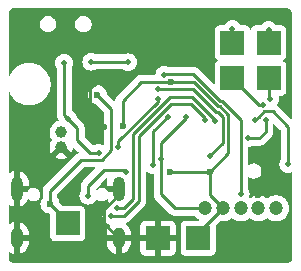
<source format=gbl>
G04 #@! TF.GenerationSoftware,KiCad,Pcbnew,8.0.2-8.0.2-0~ubuntu22.04.1*
G04 #@! TF.CreationDate,2024-06-05T03:13:53-07:00*
G04 #@! TF.ProjectId,uSlime,75536c69-6d65-42e6-9b69-6361645f7063,rev?*
G04 #@! TF.SameCoordinates,Original*
G04 #@! TF.FileFunction,Copper,L2,Bot*
G04 #@! TF.FilePolarity,Positive*
%FSLAX46Y46*%
G04 Gerber Fmt 4.6, Leading zero omitted, Abs format (unit mm)*
G04 Created by KiCad (PCBNEW 8.0.2-8.0.2-0~ubuntu22.04.1) date 2024-06-05 03:13:53*
%MOMM*%
%LPD*%
G01*
G04 APERTURE LIST*
G04 #@! TA.AperFunction,ComponentPad*
%ADD10C,1.200000*%
G04 #@! TD*
G04 #@! TA.AperFunction,ComponentPad*
%ADD11O,1.000000X2.100000*%
G04 #@! TD*
G04 #@! TA.AperFunction,ComponentPad*
%ADD12O,1.000000X1.800000*%
G04 #@! TD*
G04 #@! TA.AperFunction,ComponentPad*
%ADD13C,1.000000*%
G04 #@! TD*
G04 #@! TA.AperFunction,SMDPad,CuDef*
%ADD14R,2.000000X2.000000*%
G04 #@! TD*
G04 #@! TA.AperFunction,ViaPad*
%ADD15C,0.600000*%
G04 #@! TD*
G04 #@! TA.AperFunction,ViaPad*
%ADD16C,0.500000*%
G04 #@! TD*
G04 #@! TA.AperFunction,Conductor*
%ADD17C,0.254000*%
G04 #@! TD*
G04 APERTURE END LIST*
D10*
X117795000Y-106800000D03*
X119295000Y-106800000D03*
X120795000Y-106800000D03*
X122295000Y-106800000D03*
X123795000Y-106800000D03*
D11*
X101830000Y-105145000D03*
D12*
X101830000Y-109325000D03*
D11*
X110470000Y-105145000D03*
D12*
X110470000Y-109325000D03*
D13*
X105619000Y-100375000D03*
X105619000Y-101625000D03*
D14*
X113800000Y-109350000D03*
X117200000Y-109350000D03*
X120100000Y-95800000D03*
X123150000Y-92800000D03*
X106150000Y-108100000D03*
X123150000Y-95800000D03*
X120100000Y-92800000D03*
D15*
X122300000Y-105677000D03*
X109223000Y-99950000D03*
X108400000Y-96250000D03*
X123464941Y-102261223D03*
X115000000Y-91950000D03*
D16*
X113800000Y-96750000D03*
X118170000Y-102380000D03*
X122899255Y-99315257D03*
X121454947Y-100875981D03*
D15*
X108650000Y-97200000D03*
X104650000Y-106450000D03*
D16*
X124824631Y-103052239D03*
X122023000Y-99378037D03*
X122658000Y-98040369D03*
X123300000Y-97550000D03*
X110350000Y-106750000D03*
X118600000Y-99400000D03*
X109850000Y-107450003D03*
X117800000Y-99350000D03*
X113350000Y-103150000D03*
X114604027Y-99054027D03*
X123150000Y-91700000D03*
X120100000Y-91600000D03*
X116200000Y-99114218D03*
X114044598Y-102650000D03*
D15*
X118177000Y-103750000D03*
X114850000Y-103750000D03*
X110800000Y-99850000D03*
X114900000Y-96123000D03*
D16*
X114323000Y-95500000D03*
X120795000Y-105605000D03*
X113766999Y-97550000D03*
X110446328Y-101650000D03*
X107900000Y-105750000D03*
X111123000Y-103700000D03*
X111250000Y-94450000D03*
X108150000Y-94400000D03*
X105850000Y-94500000D03*
X108760000Y-102123000D03*
X106175000Y-99225000D03*
D17*
X106175000Y-99225000D02*
X106950000Y-100000000D01*
X106950000Y-100000000D02*
X106950000Y-101050000D01*
X106950000Y-101050000D02*
X108023000Y-102123000D01*
X108023000Y-102123000D02*
X108760000Y-102123000D01*
X106175000Y-99225000D02*
X105850000Y-98900000D01*
X105850000Y-98900000D02*
X105850000Y-94500000D01*
X110470000Y-105145000D02*
X110470000Y-105695000D01*
X123464941Y-102261223D02*
X123464941Y-104512059D01*
X123464941Y-104512059D02*
X122300000Y-105677000D01*
X108023000Y-98750000D02*
X108023000Y-96627000D01*
X109250000Y-106915000D02*
X109250000Y-108105000D01*
X110470000Y-105695000D02*
X109250000Y-106915000D01*
X109223000Y-99950000D02*
X108023000Y-98750000D01*
X109250000Y-108105000D02*
X110470000Y-109325000D01*
X108023000Y-96627000D02*
X108400000Y-96250000D01*
X118150000Y-102400000D02*
X119300000Y-101250000D01*
X118839002Y-98623000D02*
X118665052Y-98623000D01*
X119300000Y-101250000D02*
X119300000Y-99083998D01*
X116792052Y-96750000D02*
X113800000Y-96750000D01*
X119300000Y-99083998D02*
X118839002Y-98623000D01*
X118665052Y-98623000D02*
X116792052Y-96750000D01*
X122899255Y-100350745D02*
X122374019Y-100875981D01*
X122899255Y-99315257D02*
X122899255Y-100350745D01*
X122374019Y-100875981D02*
X121454947Y-100875981D01*
X106150000Y-107950000D02*
X106150000Y-108100000D01*
X104650000Y-105350000D02*
X104650000Y-106450000D01*
X109026002Y-102700000D02*
X107300000Y-102700000D01*
X109850000Y-98400000D02*
X109850000Y-101876002D01*
X107300000Y-102700000D02*
X104650000Y-105350000D01*
X104650000Y-106450000D02*
X106150000Y-107950000D01*
X109850000Y-101876002D02*
X109026002Y-102700000D01*
X108650000Y-97200000D02*
X109850000Y-98400000D01*
X122322255Y-99076255D02*
X122798510Y-98600000D01*
X122322255Y-99078782D02*
X122322255Y-99076255D01*
X123500000Y-98600000D02*
X124800000Y-99900000D01*
X122023000Y-99378037D02*
X122322255Y-99078782D01*
X122798510Y-98600000D02*
X123500000Y-98600000D01*
X124800000Y-99900000D02*
X124800000Y-103050000D01*
X120100000Y-95800000D02*
X122340369Y-98040369D01*
X122340369Y-98040369D02*
X122658000Y-98040369D01*
X123150000Y-95800000D02*
X123150000Y-97400000D01*
X123150000Y-97400000D02*
X123300000Y-97550000D01*
X110350000Y-106750000D02*
X110950000Y-106750000D01*
X114800000Y-97400000D02*
X116692052Y-97400000D01*
X116692052Y-97400000D02*
X118600000Y-99307948D01*
X111700000Y-106000000D02*
X111700000Y-100500000D01*
X110950000Y-106750000D02*
X111700000Y-106000000D01*
X111700000Y-100500000D02*
X114800000Y-97400000D01*
X118600000Y-99307948D02*
X118600000Y-99400000D01*
X117800000Y-99150000D02*
X116600000Y-97950000D01*
X116600000Y-97950000D02*
X114892052Y-97950000D01*
X109850000Y-107450003D02*
X110892050Y-107450003D01*
X112154000Y-100688052D02*
X112154000Y-106188053D01*
X112154000Y-106188053D02*
X110892050Y-107450003D01*
X114892052Y-97950000D02*
X112154000Y-100688052D01*
X114604027Y-99054027D02*
X113350000Y-100308054D01*
X113350000Y-100308054D02*
X113350000Y-103150000D01*
X123150000Y-92800000D02*
X123150000Y-91700000D01*
X115250000Y-106800000D02*
X117795000Y-106800000D01*
X114044598Y-105594598D02*
X115250000Y-106800000D01*
X116200000Y-99142998D02*
X114044598Y-101298400D01*
X114044598Y-101298400D02*
X114044598Y-102650000D01*
X114044598Y-102650000D02*
X114044598Y-105594598D01*
X120100000Y-91600000D02*
X120100000Y-92800000D01*
X116200000Y-99114218D02*
X116200000Y-99142998D01*
X118177000Y-105682000D02*
X119295000Y-106800000D01*
X116807104Y-96123000D02*
X118853104Y-98169000D01*
X117200000Y-108895000D02*
X119295000Y-106800000D01*
X114900000Y-96123000D02*
X112392947Y-96123000D01*
X118177000Y-103750000D02*
X118177000Y-105682000D01*
X112392947Y-96123000D02*
X110800000Y-97715947D01*
X118853104Y-98169000D02*
X119027055Y-98169000D01*
X119754000Y-102173000D02*
X118177000Y-103750000D01*
X119027055Y-98169000D02*
X119754000Y-98895945D01*
X117200000Y-109350000D02*
X117200000Y-108895000D01*
X119754000Y-98895945D02*
X119754000Y-102173000D01*
X110800000Y-97715947D02*
X110800000Y-99850000D01*
X118177000Y-103750000D02*
X114850000Y-103750000D01*
X114900000Y-96123000D02*
X116807104Y-96123000D01*
X114323000Y-95500000D02*
X114373000Y-95450000D01*
X120800000Y-99299892D02*
X120800000Y-105600000D01*
X116776156Y-95450000D02*
X119041156Y-97715000D01*
X119041156Y-97715000D02*
X119215108Y-97715000D01*
X119215108Y-97715000D02*
X120800000Y-99299892D01*
X114373000Y-95450000D02*
X116776156Y-95450000D01*
X110446328Y-101111620D02*
X113766999Y-97790949D01*
X113766999Y-97790949D02*
X113766999Y-97550000D01*
X110446328Y-101650000D02*
X110446328Y-101111620D01*
X109200000Y-103600000D02*
X111023000Y-103600000D01*
X107900000Y-104900000D02*
X109200000Y-103600000D01*
X111023000Y-103600000D02*
X111123000Y-103700000D01*
X107900000Y-105750000D02*
X107900000Y-104900000D01*
X108150000Y-94400000D02*
X111200000Y-94400000D01*
X111200000Y-94400000D02*
X111250000Y-94450000D01*
G04 #@! TA.AperFunction,Conductor*
G36*
X124573644Y-89857584D02*
G01*
X124573980Y-89857607D01*
X124577000Y-89857607D01*
X124577004Y-89857608D01*
X124640144Y-89857607D01*
X124645630Y-89857914D01*
X124748562Y-89869512D01*
X124759257Y-89871953D01*
X124854407Y-89905247D01*
X124864292Y-89910007D01*
X124943020Y-89959475D01*
X124949654Y-89963643D01*
X124958233Y-89970485D01*
X125029514Y-90041766D01*
X125036356Y-90050345D01*
X125089992Y-90135707D01*
X125094752Y-90145593D01*
X125128045Y-90240741D01*
X125130487Y-90251438D01*
X125142084Y-90354368D01*
X125142392Y-90359854D01*
X125142392Y-90425963D01*
X125142416Y-90426334D01*
X125145458Y-99239726D01*
X125131118Y-99274379D01*
X125096475Y-99288743D01*
X125061822Y-99274403D01*
X123900004Y-98112585D01*
X123888971Y-98105214D01*
X123868134Y-98074032D01*
X123875449Y-98037250D01*
X123881541Y-98029825D01*
X123890477Y-98020890D01*
X123980456Y-97877690D01*
X124036313Y-97718059D01*
X124055249Y-97550000D01*
X124036313Y-97381941D01*
X124030624Y-97365682D01*
X124032727Y-97328239D01*
X124060690Y-97303249D01*
X124076874Y-97300499D01*
X124197878Y-97300499D01*
X124257478Y-97294092D01*
X124257479Y-97294091D01*
X124257483Y-97294091D01*
X124392331Y-97243796D01*
X124507546Y-97157546D01*
X124593796Y-97042331D01*
X124644091Y-96907483D01*
X124644091Y-96907481D01*
X124644092Y-96907479D01*
X124650499Y-96847879D01*
X124650500Y-96847873D01*
X124650499Y-94752128D01*
X124650499Y-94752127D01*
X124650499Y-94752120D01*
X124644092Y-94692521D01*
X124640062Y-94681716D01*
X124593796Y-94557669D01*
X124507546Y-94442454D01*
X124449938Y-94399329D01*
X124392332Y-94356204D01*
X124392330Y-94356203D01*
X124364731Y-94345909D01*
X124337284Y-94320354D01*
X124335946Y-94282874D01*
X124361501Y-94255427D01*
X124364709Y-94254098D01*
X124392331Y-94243796D01*
X124507546Y-94157546D01*
X124593796Y-94042331D01*
X124644091Y-93907483D01*
X124644091Y-93907481D01*
X124644092Y-93907479D01*
X124649247Y-93859523D01*
X124650500Y-93847873D01*
X124650499Y-91752128D01*
X124650499Y-91752127D01*
X124650499Y-91752120D01*
X124644092Y-91692521D01*
X124644091Y-91692517D01*
X124593796Y-91557669D01*
X124507546Y-91442454D01*
X124438314Y-91390627D01*
X124392333Y-91356205D01*
X124392331Y-91356204D01*
X124347381Y-91339439D01*
X124257479Y-91305907D01*
X124197879Y-91299500D01*
X124197873Y-91299500D01*
X123811787Y-91299500D01*
X123777139Y-91285148D01*
X123770297Y-91276569D01*
X123768998Y-91274502D01*
X123740477Y-91229110D01*
X123620890Y-91109523D01*
X123477690Y-91019544D01*
X123318059Y-90963687D01*
X123318055Y-90963686D01*
X123318053Y-90963686D01*
X123150000Y-90944751D01*
X122981946Y-90963686D01*
X122981937Y-90963688D01*
X122822310Y-91019544D01*
X122822308Y-91019545D01*
X122679112Y-91109521D01*
X122679108Y-91109524D01*
X122559525Y-91229106D01*
X122559523Y-91229108D01*
X122529701Y-91276570D01*
X122499115Y-91298272D01*
X122488212Y-91299500D01*
X122102120Y-91299500D01*
X122042521Y-91305907D01*
X121907666Y-91356205D01*
X121792454Y-91442454D01*
X121706204Y-91557667D01*
X121706202Y-91557671D01*
X121670909Y-91652295D01*
X121645354Y-91679743D01*
X121607875Y-91681081D01*
X121580427Y-91655526D01*
X121579096Y-91652313D01*
X121543796Y-91557669D01*
X121457546Y-91442454D01*
X121388314Y-91390627D01*
X121342333Y-91356205D01*
X121342331Y-91356204D01*
X121297381Y-91339439D01*
X121207479Y-91305907D01*
X121147879Y-91299500D01*
X121147873Y-91299500D01*
X120824339Y-91299500D01*
X120789691Y-91285148D01*
X120782139Y-91274502D01*
X120781921Y-91274640D01*
X120690478Y-91129112D01*
X120690477Y-91129110D01*
X120570890Y-91009523D01*
X120427690Y-90919544D01*
X120268059Y-90863687D01*
X120268055Y-90863686D01*
X120268053Y-90863686D01*
X120100000Y-90844751D01*
X119931946Y-90863686D01*
X119931937Y-90863688D01*
X119772310Y-90919544D01*
X119772308Y-90919545D01*
X119629112Y-91009521D01*
X119629108Y-91009524D01*
X119509524Y-91129108D01*
X119509521Y-91129112D01*
X119418080Y-91274640D01*
X119417205Y-91274090D01*
X119391834Y-91296754D01*
X119375661Y-91299500D01*
X119052120Y-91299500D01*
X118992521Y-91305907D01*
X118857666Y-91356205D01*
X118742454Y-91442454D01*
X118656205Y-91557666D01*
X118605907Y-91692520D01*
X118599500Y-91752120D01*
X118599500Y-93847879D01*
X118605907Y-93907478D01*
X118610673Y-93920256D01*
X118656204Y-94042331D01*
X118742454Y-94157546D01*
X118857669Y-94243796D01*
X118885267Y-94254089D01*
X118912715Y-94279645D01*
X118914054Y-94317124D01*
X118888498Y-94344572D01*
X118885276Y-94345907D01*
X118864274Y-94353740D01*
X118857666Y-94356205D01*
X118742454Y-94442454D01*
X118656205Y-94557666D01*
X118605907Y-94692520D01*
X118599500Y-94752120D01*
X118599500Y-96267629D01*
X118585148Y-96302277D01*
X118550500Y-96316629D01*
X118515852Y-96302277D01*
X117176163Y-94962588D01*
X117166427Y-94956083D01*
X117147465Y-94943413D01*
X117073389Y-94893917D01*
X117073386Y-94893915D01*
X117073385Y-94893915D01*
X117039940Y-94880062D01*
X116959194Y-94846615D01*
X116959188Y-94846613D01*
X116910298Y-94836888D01*
X116837959Y-94822500D01*
X116837956Y-94822500D01*
X114667462Y-94822500D01*
X114651278Y-94819750D01*
X114650690Y-94819544D01*
X114491059Y-94763687D01*
X114491055Y-94763686D01*
X114491053Y-94763686D01*
X114323000Y-94744751D01*
X114154946Y-94763686D01*
X114154937Y-94763688D01*
X113995310Y-94819544D01*
X113995308Y-94819545D01*
X113852112Y-94909521D01*
X113852108Y-94909524D01*
X113732524Y-95029108D01*
X113732521Y-95029112D01*
X113642545Y-95172308D01*
X113642544Y-95172310D01*
X113586688Y-95331937D01*
X113586686Y-95331946D01*
X113573161Y-95451986D01*
X113555020Y-95484810D01*
X113524469Y-95495500D01*
X112331140Y-95495500D01*
X112209919Y-95519613D01*
X112209910Y-95519615D01*
X112095717Y-95566915D01*
X111992939Y-95635588D01*
X110312588Y-97315939D01*
X110243915Y-97418717D01*
X110231003Y-97449891D01*
X110231003Y-97449892D01*
X110196615Y-97532908D01*
X110196613Y-97532914D01*
X110193310Y-97549522D01*
X110175242Y-97640361D01*
X110173770Y-97647763D01*
X110172500Y-97654146D01*
X110172500Y-97716785D01*
X110158148Y-97751433D01*
X110123500Y-97765785D01*
X110088852Y-97751433D01*
X109457295Y-97119876D01*
X109443251Y-97090714D01*
X109441784Y-97077690D01*
X109435368Y-97020745D01*
X109375789Y-96850478D01*
X109375788Y-96850477D01*
X109375787Y-96850473D01*
X109279817Y-96697740D01*
X109279816Y-96697738D01*
X109152262Y-96570184D01*
X109152259Y-96570182D01*
X108999526Y-96474212D01*
X108829258Y-96414633D01*
X108829257Y-96414632D01*
X108829255Y-96414632D01*
X108829251Y-96414631D01*
X108829249Y-96414631D01*
X108650000Y-96394435D01*
X108470750Y-96414631D01*
X108470741Y-96414633D01*
X108300473Y-96474212D01*
X108147740Y-96570182D01*
X108147736Y-96570185D01*
X108020185Y-96697736D01*
X108020182Y-96697740D01*
X107924212Y-96850473D01*
X107864633Y-97020741D01*
X107864631Y-97020750D01*
X107844435Y-97200000D01*
X107864631Y-97379249D01*
X107864633Y-97379258D01*
X107924212Y-97549526D01*
X108020182Y-97702259D01*
X108020184Y-97702262D01*
X108147738Y-97829816D01*
X108147740Y-97829817D01*
X108300473Y-97925787D01*
X108300477Y-97925788D01*
X108300478Y-97925789D01*
X108470745Y-97985368D01*
X108540714Y-97993251D01*
X108569876Y-98007295D01*
X109208148Y-98645567D01*
X109222500Y-98680215D01*
X109222500Y-101438591D01*
X109208148Y-101473239D01*
X109173500Y-101487591D01*
X109147431Y-101480081D01*
X109087693Y-101442545D01*
X108928062Y-101386688D01*
X108928061Y-101386687D01*
X108928059Y-101386687D01*
X108928055Y-101386686D01*
X108928053Y-101386686D01*
X108760000Y-101367751D01*
X108591946Y-101386686D01*
X108591937Y-101386688D01*
X108432305Y-101442545D01*
X108359984Y-101487989D01*
X108333914Y-101495500D01*
X108303215Y-101495500D01*
X108268567Y-101481148D01*
X107591852Y-100804433D01*
X107577500Y-100769785D01*
X107577500Y-99938198D01*
X107572157Y-99911333D01*
X107572157Y-99911332D01*
X107553388Y-99816976D01*
X107553387Y-99816975D01*
X107553386Y-99816966D01*
X107553177Y-99816462D01*
X107511964Y-99716965D01*
X107506882Y-99704696D01*
X107506083Y-99702767D01*
X107437411Y-99599992D01*
X107350008Y-99512589D01*
X106925589Y-99088170D01*
X106911545Y-99059001D01*
X106911313Y-99056941D01*
X106855456Y-98897310D01*
X106765477Y-98754110D01*
X106645890Y-98634523D01*
X106615770Y-98615597D01*
X106500430Y-98543123D01*
X106478728Y-98512537D01*
X106477500Y-98501634D01*
X106477500Y-94926084D01*
X106485011Y-94900014D01*
X106488842Y-94893917D01*
X106530456Y-94827690D01*
X106586313Y-94668059D01*
X106605249Y-94500000D01*
X106593982Y-94400000D01*
X107394751Y-94400000D01*
X107412516Y-94557671D01*
X107413687Y-94568059D01*
X107469544Y-94727690D01*
X107559523Y-94870890D01*
X107679110Y-94990477D01*
X107822310Y-95080456D01*
X107981941Y-95136313D01*
X108150000Y-95155249D01*
X108318059Y-95136313D01*
X108477690Y-95080456D01*
X108477692Y-95080454D01*
X108477694Y-95080454D01*
X108550016Y-95035011D01*
X108576086Y-95027500D01*
X110745837Y-95027500D01*
X110775982Y-95039987D01*
X110776960Y-95038762D01*
X110779107Y-95040474D01*
X110779110Y-95040477D01*
X110922310Y-95130456D01*
X111081941Y-95186313D01*
X111250000Y-95205249D01*
X111418059Y-95186313D01*
X111577690Y-95130456D01*
X111720890Y-95040477D01*
X111840477Y-94920890D01*
X111930456Y-94777690D01*
X111986313Y-94618059D01*
X112005249Y-94450000D01*
X111986313Y-94281941D01*
X111930456Y-94122310D01*
X111840477Y-93979110D01*
X111720890Y-93859523D01*
X111577690Y-93769544D01*
X111418059Y-93713687D01*
X111418055Y-93713686D01*
X111418053Y-93713686D01*
X111250000Y-93694751D01*
X111081946Y-93713686D01*
X111081937Y-93713688D01*
X110993165Y-93744751D01*
X110922310Y-93769544D01*
X110922309Y-93769544D01*
X110921722Y-93769750D01*
X110905538Y-93772500D01*
X108576086Y-93772500D01*
X108550016Y-93764989D01*
X108477694Y-93719545D01*
X108318062Y-93663688D01*
X108318061Y-93663687D01*
X108318059Y-93663687D01*
X108318055Y-93663686D01*
X108318053Y-93663686D01*
X108150000Y-93644751D01*
X107981946Y-93663686D01*
X107981937Y-93663688D01*
X107822310Y-93719544D01*
X107822308Y-93719545D01*
X107679112Y-93809521D01*
X107679108Y-93809524D01*
X107559524Y-93929108D01*
X107559521Y-93929112D01*
X107469545Y-94072308D01*
X107469544Y-94072310D01*
X107413688Y-94231937D01*
X107413686Y-94231946D01*
X107394751Y-94400000D01*
X106593982Y-94400000D01*
X106586313Y-94331941D01*
X106530456Y-94172310D01*
X106440477Y-94029110D01*
X106320890Y-93909523D01*
X106317643Y-93907483D01*
X106241316Y-93859523D01*
X106177690Y-93819544D01*
X106018059Y-93763687D01*
X106018055Y-93763686D01*
X106018053Y-93763686D01*
X105850000Y-93744751D01*
X105681946Y-93763686D01*
X105681937Y-93763688D01*
X105522310Y-93819544D01*
X105522308Y-93819545D01*
X105379112Y-93909521D01*
X105379108Y-93909524D01*
X105259524Y-94029108D01*
X105259521Y-94029112D01*
X105169545Y-94172308D01*
X105169544Y-94172310D01*
X105113688Y-94331937D01*
X105113686Y-94331946D01*
X105094751Y-94500000D01*
X105111910Y-94652294D01*
X105113687Y-94668059D01*
X105159759Y-94799727D01*
X105169544Y-94827689D01*
X105169544Y-94827691D01*
X105196687Y-94870887D01*
X105211156Y-94893915D01*
X105214989Y-94900014D01*
X105222500Y-94926084D01*
X105222500Y-98838197D01*
X105222500Y-98961803D01*
X105236945Y-99034425D01*
X105246613Y-99083032D01*
X105246615Y-99083038D01*
X105269406Y-99138058D01*
X105293916Y-99197231D01*
X105320530Y-99237062D01*
X105362588Y-99300007D01*
X105387072Y-99324491D01*
X105401424Y-99359139D01*
X105387072Y-99393787D01*
X105366648Y-99406029D01*
X105234274Y-99446185D01*
X105060458Y-99539092D01*
X105060455Y-99539094D01*
X104908117Y-99664117D01*
X104783094Y-99816455D01*
X104783092Y-99816458D01*
X104690185Y-99990273D01*
X104632976Y-100178866D01*
X104632976Y-100178867D01*
X104613659Y-100374999D01*
X104613659Y-100375000D01*
X104632976Y-100571132D01*
X104632976Y-100571133D01*
X104690185Y-100759726D01*
X104783092Y-100933541D01*
X104783094Y-100933544D01*
X104812445Y-100969307D01*
X104823332Y-101005195D01*
X104812446Y-101031478D01*
X104783507Y-101066741D01*
X104690654Y-101240456D01*
X104690649Y-101240468D01*
X104633470Y-101428961D01*
X104633468Y-101428969D01*
X104614161Y-101624999D01*
X104614161Y-101625000D01*
X104633468Y-101821030D01*
X104633470Y-101821038D01*
X104690649Y-102009531D01*
X104690654Y-102009543D01*
X104756922Y-102133522D01*
X104756923Y-102133523D01*
X105324145Y-101566299D01*
X105319000Y-101585504D01*
X105319000Y-101664496D01*
X105339444Y-101740796D01*
X105378940Y-101809205D01*
X105434795Y-101865060D01*
X105503204Y-101904556D01*
X105579504Y-101925000D01*
X105658496Y-101925000D01*
X105734796Y-101904556D01*
X105803205Y-101865060D01*
X105859060Y-101809205D01*
X105898556Y-101740796D01*
X105919000Y-101664496D01*
X105919000Y-101585504D01*
X105913855Y-101566302D01*
X106481075Y-102133523D01*
X106481075Y-102133522D01*
X106547347Y-102009539D01*
X106547350Y-102009532D01*
X106604529Y-101821038D01*
X106604531Y-101821030D01*
X106614916Y-101715592D01*
X106632595Y-101682518D01*
X106668483Y-101671631D01*
X106698328Y-101685747D01*
X107059616Y-102047035D01*
X107073968Y-102081683D01*
X107059616Y-102116331D01*
X107043720Y-102126953D01*
X107002769Y-102143916D01*
X107002767Y-102143917D01*
X106986942Y-102154491D01*
X106950097Y-102179110D01*
X106899992Y-102212588D01*
X104162588Y-104949992D01*
X104093916Y-105052768D01*
X104088553Y-105065717D01*
X104046615Y-105166961D01*
X104046611Y-105166976D01*
X104023733Y-105281988D01*
X104023734Y-105281989D01*
X104022500Y-105288191D01*
X104022500Y-105929935D01*
X104014989Y-105956005D01*
X103924212Y-106100473D01*
X103864633Y-106270741D01*
X103864631Y-106270750D01*
X103844435Y-106450000D01*
X103864631Y-106629249D01*
X103864633Y-106629258D01*
X103924212Y-106799526D01*
X104015461Y-106944745D01*
X104020184Y-106952262D01*
X104147738Y-107079816D01*
X104147740Y-107079817D01*
X104300473Y-107175787D01*
X104300477Y-107175788D01*
X104300478Y-107175789D01*
X104470745Y-107235368D01*
X104540714Y-107243251D01*
X104569876Y-107257295D01*
X104635148Y-107322567D01*
X104649500Y-107357215D01*
X104649500Y-109147879D01*
X104655907Y-109207478D01*
X104655909Y-109207483D01*
X104706204Y-109342331D01*
X104792454Y-109457546D01*
X104907669Y-109543796D01*
X105042517Y-109594091D01*
X105042520Y-109594092D01*
X105086177Y-109598785D01*
X105102127Y-109600500D01*
X107197872Y-109600499D01*
X107197878Y-109600499D01*
X107257478Y-109594092D01*
X107257479Y-109594091D01*
X107257483Y-109594091D01*
X107392331Y-109543796D01*
X107507546Y-109457546D01*
X107593796Y-109342331D01*
X107644091Y-109207483D01*
X107644091Y-109207481D01*
X107644092Y-109207479D01*
X107650499Y-109147879D01*
X107650500Y-109147873D01*
X107650499Y-107052128D01*
X107650499Y-107052120D01*
X107644092Y-106992521D01*
X107639092Y-106979115D01*
X107593796Y-106857669D01*
X107587583Y-106849370D01*
X107550267Y-106799522D01*
X107507546Y-106742454D01*
X107403897Y-106664862D01*
X107392333Y-106656205D01*
X107392331Y-106656204D01*
X107320061Y-106629249D01*
X107257479Y-106605907D01*
X107197879Y-106599500D01*
X107197873Y-106599500D01*
X105707215Y-106599500D01*
X105672567Y-106585148D01*
X105457295Y-106369876D01*
X105443251Y-106340714D01*
X105435368Y-106270745D01*
X105375789Y-106100478D01*
X105375788Y-106100477D01*
X105375787Y-106100473D01*
X105285011Y-105956005D01*
X105277500Y-105929935D01*
X105277500Y-105630215D01*
X105291852Y-105595567D01*
X107545567Y-103341852D01*
X107580215Y-103327500D01*
X108466785Y-103327500D01*
X108501433Y-103341852D01*
X108515785Y-103376500D01*
X108501433Y-103411148D01*
X107412588Y-104499992D01*
X107343644Y-104603175D01*
X107342995Y-104604990D01*
X107296616Y-104716957D01*
X107296613Y-104716967D01*
X107281308Y-104793917D01*
X107272500Y-104838199D01*
X107272500Y-105323914D01*
X107264989Y-105349984D01*
X107219545Y-105422305D01*
X107163688Y-105581937D01*
X107163686Y-105581946D01*
X107144751Y-105750000D01*
X107163682Y-105918020D01*
X107163687Y-105918059D01*
X107219544Y-106077690D01*
X107266883Y-106153029D01*
X107307819Y-106218179D01*
X107309523Y-106220890D01*
X107429110Y-106340477D01*
X107572310Y-106430456D01*
X107731941Y-106486313D01*
X107900000Y-106505249D01*
X108068059Y-106486313D01*
X108227690Y-106430456D01*
X108370890Y-106340477D01*
X108490477Y-106220890D01*
X108578003Y-106081593D01*
X108608586Y-106059895D01*
X108645560Y-106066176D01*
X108654138Y-106073018D01*
X108686635Y-106105515D01*
X108722549Y-106126250D01*
X108817862Y-106181280D01*
X108817864Y-106181280D01*
X108817865Y-106181281D01*
X108933303Y-106212212D01*
X108964230Y-106220499D01*
X108964231Y-106220500D01*
X108964234Y-106220500D01*
X109115769Y-106220500D01*
X109115769Y-106220499D01*
X109262135Y-106181281D01*
X109393365Y-106105515D01*
X109457677Y-106041202D01*
X109492324Y-106026851D01*
X109526972Y-106041203D01*
X109537594Y-106057100D01*
X109583809Y-106168674D01*
X109692483Y-106331318D01*
X109699799Y-106368101D01*
X109693231Y-106384609D01*
X109669548Y-106422301D01*
X109669543Y-106422312D01*
X109613688Y-106581937D01*
X109613686Y-106581946D01*
X109598878Y-106713366D01*
X109580737Y-106746189D01*
X109566371Y-106754128D01*
X109522310Y-106769547D01*
X109522308Y-106769547D01*
X109522308Y-106769548D01*
X109379112Y-106859524D01*
X109379108Y-106859527D01*
X109259524Y-106979111D01*
X109259521Y-106979115D01*
X109169545Y-107122311D01*
X109169544Y-107122313D01*
X109113688Y-107281940D01*
X109113686Y-107281949D01*
X109095669Y-107441852D01*
X109094751Y-107450003D01*
X109113687Y-107618062D01*
X109169544Y-107777693D01*
X109259523Y-107920893D01*
X109379110Y-108040480D01*
X109522310Y-108130459D01*
X109681941Y-108186316D01*
X109681951Y-108186317D01*
X109681953Y-108186318D01*
X109684628Y-108186929D01*
X109684452Y-108187698D01*
X109714780Y-108204449D01*
X109725171Y-108240483D01*
X109711127Y-108269657D01*
X109693250Y-108287534D01*
X109583809Y-108451325D01*
X109508429Y-108633309D01*
X109508429Y-108633310D01*
X109470000Y-108826512D01*
X109470000Y-109075000D01*
X110170000Y-109075000D01*
X110170000Y-109575000D01*
X109470000Y-109575000D01*
X109470000Y-109823487D01*
X109508429Y-110016689D01*
X109508429Y-110016690D01*
X109583809Y-110198674D01*
X109693246Y-110362460D01*
X109832539Y-110501753D01*
X109996325Y-110611190D01*
X110178310Y-110686570D01*
X110220000Y-110694862D01*
X110220000Y-109891988D01*
X110229940Y-109909205D01*
X110285795Y-109965060D01*
X110354204Y-110004556D01*
X110430504Y-110025000D01*
X110509496Y-110025000D01*
X110585796Y-110004556D01*
X110654205Y-109965060D01*
X110710060Y-109909205D01*
X110720000Y-109891988D01*
X110720000Y-110694862D01*
X110761689Y-110686570D01*
X110761690Y-110686570D01*
X110943674Y-110611190D01*
X111107460Y-110501753D01*
X111211379Y-110397834D01*
X112300000Y-110397834D01*
X112306401Y-110457372D01*
X112306401Y-110457373D01*
X112356648Y-110592091D01*
X112442811Y-110707188D01*
X112557908Y-110793351D01*
X112692626Y-110843598D01*
X112752166Y-110850000D01*
X113550000Y-110850000D01*
X114050000Y-110850000D01*
X114847834Y-110850000D01*
X114907372Y-110843598D01*
X114907373Y-110843598D01*
X115042091Y-110793351D01*
X115157188Y-110707188D01*
X115243351Y-110592091D01*
X115293598Y-110457373D01*
X115293598Y-110457372D01*
X115300000Y-110397834D01*
X115300000Y-109600000D01*
X114050000Y-109600000D01*
X114050000Y-110850000D01*
X113550000Y-110850000D01*
X113550000Y-109600000D01*
X112300000Y-109600000D01*
X112300000Y-110397834D01*
X111211379Y-110397834D01*
X111246753Y-110362460D01*
X111356190Y-110198674D01*
X111431570Y-110016690D01*
X111431570Y-110016689D01*
X111470000Y-109823487D01*
X111470000Y-109575000D01*
X110770000Y-109575000D01*
X110770000Y-109075000D01*
X111470000Y-109075000D01*
X111470000Y-108826512D01*
X111431570Y-108633310D01*
X111431570Y-108633309D01*
X111356190Y-108451325D01*
X111256526Y-108302165D01*
X112300000Y-108302165D01*
X112300000Y-109100000D01*
X113550000Y-109100000D01*
X114050000Y-109100000D01*
X115300000Y-109100000D01*
X115300000Y-108302165D01*
X115293598Y-108242627D01*
X115293598Y-108242626D01*
X115243351Y-108107908D01*
X115157188Y-107992811D01*
X115042091Y-107906648D01*
X114907373Y-107856401D01*
X114847834Y-107850000D01*
X114050000Y-107850000D01*
X114050000Y-109100000D01*
X113550000Y-109100000D01*
X113550000Y-107850000D01*
X112752166Y-107850000D01*
X112692627Y-107856401D01*
X112692626Y-107856401D01*
X112557908Y-107906648D01*
X112442811Y-107992811D01*
X112356648Y-108107908D01*
X112306401Y-108242626D01*
X112306401Y-108242627D01*
X112300000Y-108302165D01*
X111256526Y-108302165D01*
X111246753Y-108287539D01*
X111107463Y-108148249D01*
X111083655Y-108132341D01*
X111062819Y-108101158D01*
X111070136Y-108064376D01*
X111092123Y-108046331D01*
X111155832Y-108019941D01*
X111155833Y-108019941D01*
X111168189Y-108014822D01*
X111189283Y-108006086D01*
X111292058Y-107937414D01*
X111379461Y-107850011D01*
X112641411Y-106588061D01*
X112670433Y-106544626D01*
X112710083Y-106485286D01*
X112724699Y-106450000D01*
X112745099Y-106400751D01*
X112757383Y-106371094D01*
X112757382Y-106371094D01*
X112757386Y-106371087D01*
X112781500Y-106249856D01*
X112781500Y-106126250D01*
X112781500Y-103761163D01*
X112795852Y-103726515D01*
X112830500Y-103712163D01*
X112865148Y-103726515D01*
X112879110Y-103740477D01*
X113022310Y-103830456D01*
X113181941Y-103886313D01*
X113350000Y-103905249D01*
X113362611Y-103903827D01*
X113398647Y-103914207D01*
X113416790Y-103947030D01*
X113417098Y-103952519D01*
X113417098Y-105532795D01*
X113417098Y-105656401D01*
X113428207Y-105712252D01*
X113441211Y-105777630D01*
X113441213Y-105777636D01*
X113469786Y-105846614D01*
X113469786Y-105846615D01*
X113483285Y-105879205D01*
X113488515Y-105891831D01*
X113546915Y-105979233D01*
X113557187Y-105994606D01*
X114762589Y-107200008D01*
X114849992Y-107287411D01*
X114952767Y-107356083D01*
X115000070Y-107375676D01*
X115066966Y-107403386D01*
X115188197Y-107427500D01*
X115311803Y-107427500D01*
X116865423Y-107427500D01*
X116900071Y-107441852D01*
X116904524Y-107446969D01*
X116918782Y-107465849D01*
X116978233Y-107544576D01*
X116978236Y-107544579D01*
X117128954Y-107681977D01*
X117128955Y-107681978D01*
X117128959Y-107681981D01*
X117253090Y-107758839D01*
X117274993Y-107789281D01*
X117268956Y-107826295D01*
X117238514Y-107848198D01*
X117227295Y-107849500D01*
X116152120Y-107849500D01*
X116092521Y-107855907D01*
X115957666Y-107906205D01*
X115842454Y-107992454D01*
X115756205Y-108107666D01*
X115705907Y-108242520D01*
X115699500Y-108302120D01*
X115699500Y-110397879D01*
X115705907Y-110457478D01*
X115705909Y-110457483D01*
X115756204Y-110592331D01*
X115842454Y-110707546D01*
X115934934Y-110776776D01*
X115957074Y-110793351D01*
X115957669Y-110793796D01*
X116092517Y-110844091D01*
X116092520Y-110844092D01*
X116136177Y-110848785D01*
X116152127Y-110850500D01*
X118247872Y-110850499D01*
X118247878Y-110850499D01*
X118307478Y-110844092D01*
X118307479Y-110844091D01*
X118307483Y-110844091D01*
X118442331Y-110793796D01*
X118557546Y-110707546D01*
X118643796Y-110592331D01*
X118694091Y-110457483D01*
X118694091Y-110457481D01*
X118694092Y-110457479D01*
X118700499Y-110397879D01*
X118700500Y-110397873D01*
X118700499Y-108302213D01*
X118714850Y-108267567D01*
X119081154Y-107901263D01*
X119115801Y-107886912D01*
X119124792Y-107887744D01*
X119193024Y-107900500D01*
X119193027Y-107900500D01*
X119396974Y-107900500D01*
X119396976Y-107900500D01*
X119597456Y-107863024D01*
X119787637Y-107789348D01*
X119961041Y-107681981D01*
X120011990Y-107635534D01*
X120047262Y-107622798D01*
X120078008Y-107635533D01*
X120128959Y-107681981D01*
X120302363Y-107789348D01*
X120492544Y-107863024D01*
X120693024Y-107900500D01*
X120693026Y-107900500D01*
X120896974Y-107900500D01*
X120896976Y-107900500D01*
X121097456Y-107863024D01*
X121287637Y-107789348D01*
X121461041Y-107681981D01*
X121512364Y-107635193D01*
X121547632Y-107622459D01*
X121578381Y-107635196D01*
X121629257Y-107681576D01*
X121802590Y-107788900D01*
X121992674Y-107862538D01*
X122193072Y-107900000D01*
X122396928Y-107900000D01*
X122597325Y-107862538D01*
X122787409Y-107788900D01*
X122960736Y-107681580D01*
X123011616Y-107635196D01*
X123046890Y-107622459D01*
X123077636Y-107635194D01*
X123128959Y-107681981D01*
X123302363Y-107789348D01*
X123492544Y-107863024D01*
X123693024Y-107900500D01*
X123693026Y-107900500D01*
X123896974Y-107900500D01*
X123896976Y-107900500D01*
X124097456Y-107863024D01*
X124287637Y-107789348D01*
X124461041Y-107681981D01*
X124611764Y-107544579D01*
X124734673Y-107381821D01*
X124825582Y-107199250D01*
X124881397Y-107003083D01*
X124900215Y-106800000D01*
X124881397Y-106596917D01*
X124825582Y-106400750D01*
X124734673Y-106218179D01*
X124649593Y-106105515D01*
X124611766Y-106055423D01*
X124611763Y-106055420D01*
X124461045Y-105918022D01*
X124461042Y-105918020D01*
X124461041Y-105918019D01*
X124287637Y-105810652D01*
X124287634Y-105810651D01*
X124287633Y-105810650D01*
X124097462Y-105736978D01*
X124097460Y-105736977D01*
X124097456Y-105736976D01*
X123896976Y-105699500D01*
X123693024Y-105699500D01*
X123492544Y-105736976D01*
X123492540Y-105736977D01*
X123492537Y-105736978D01*
X123302366Y-105810650D01*
X123128954Y-105918022D01*
X123077637Y-105964802D01*
X123042363Y-105977538D01*
X123011616Y-105964801D01*
X122960742Y-105918423D01*
X122787409Y-105811099D01*
X122597325Y-105737461D01*
X122396928Y-105700000D01*
X122193072Y-105700000D01*
X121992674Y-105737461D01*
X121802590Y-105811099D01*
X121629257Y-105918423D01*
X121578380Y-105964802D01*
X121543106Y-105977538D01*
X121512359Y-105964801D01*
X121499798Y-105953350D01*
X121483861Y-105919402D01*
X121486559Y-105900956D01*
X121531313Y-105773059D01*
X121550249Y-105605000D01*
X121531313Y-105436941D01*
X121475456Y-105277310D01*
X121435010Y-105212940D01*
X121427500Y-105186871D01*
X121427500Y-104208307D01*
X121441852Y-104173659D01*
X121476500Y-104159307D01*
X121503722Y-104167564D01*
X121591873Y-104226465D01*
X121710256Y-104275501D01*
X121835931Y-104300500D01*
X121964069Y-104300500D01*
X122089744Y-104275501D01*
X122208127Y-104226465D01*
X122314669Y-104155276D01*
X122405276Y-104064669D01*
X122476465Y-103958127D01*
X122525501Y-103839744D01*
X122550500Y-103714069D01*
X122550500Y-103585931D01*
X122525501Y-103460256D01*
X122476465Y-103341873D01*
X122405276Y-103235331D01*
X122314669Y-103144724D01*
X122281408Y-103122500D01*
X122216548Y-103079162D01*
X122208127Y-103073535D01*
X122184488Y-103063743D01*
X122089742Y-103024498D01*
X122089737Y-103024497D01*
X121964072Y-102999500D01*
X121964069Y-102999500D01*
X121835931Y-102999500D01*
X121835927Y-102999500D01*
X121710262Y-103024497D01*
X121710257Y-103024498D01*
X121591872Y-103073535D01*
X121591871Y-103073535D01*
X121503722Y-103132434D01*
X121466940Y-103139750D01*
X121435758Y-103118914D01*
X121427500Y-103091692D01*
X121427500Y-101678111D01*
X121441852Y-101643463D01*
X121471012Y-101629419D01*
X121623006Y-101612294D01*
X121782637Y-101556437D01*
X121782639Y-101556435D01*
X121782641Y-101556435D01*
X121854963Y-101510992D01*
X121881033Y-101503481D01*
X122435819Y-101503481D01*
X122435822Y-101503481D01*
X122557054Y-101479367D01*
X122645951Y-101442544D01*
X122671252Y-101432064D01*
X122774027Y-101363392D01*
X122861430Y-101275989D01*
X123386666Y-100750753D01*
X123415191Y-100708062D01*
X123455338Y-100647978D01*
X123469192Y-100614529D01*
X123502641Y-100533780D01*
X123526755Y-100412548D01*
X123526755Y-100288942D01*
X123526755Y-99741341D01*
X123534266Y-99715271D01*
X123540911Y-99704696D01*
X123576278Y-99648410D01*
X123606863Y-99626710D01*
X123643836Y-99632992D01*
X123652414Y-99639833D01*
X124158148Y-100145567D01*
X124172500Y-100180215D01*
X124172500Y-102665353D01*
X124164989Y-102691423D01*
X124144176Y-102724544D01*
X124088319Y-102884176D01*
X124088317Y-102884185D01*
X124069382Y-103052239D01*
X124079802Y-103144723D01*
X124088318Y-103220298D01*
X124144175Y-103379929D01*
X124234154Y-103523129D01*
X124353741Y-103642716D01*
X124496941Y-103732695D01*
X124656572Y-103788552D01*
X124824631Y-103807488D01*
X124992690Y-103788552D01*
X125081850Y-103757353D01*
X125119292Y-103759455D01*
X125144282Y-103787419D01*
X125147032Y-103803586D01*
X125149499Y-110947237D01*
X125149191Y-110952741D01*
X125137593Y-111055666D01*
X125135151Y-111066362D01*
X125101858Y-111161512D01*
X125097097Y-111171399D01*
X125043461Y-111256759D01*
X125036620Y-111265337D01*
X124965337Y-111336620D01*
X124956759Y-111343461D01*
X124871399Y-111397097D01*
X124861512Y-111401858D01*
X124766362Y-111435151D01*
X124755666Y-111437593D01*
X124659877Y-111448386D01*
X124652732Y-111449192D01*
X124647247Y-111449500D01*
X101652753Y-111449500D01*
X101647267Y-111449192D01*
X101639061Y-111448267D01*
X101544333Y-111437593D01*
X101533637Y-111435151D01*
X101469221Y-111412612D01*
X101438484Y-111401856D01*
X101428603Y-111397098D01*
X101343240Y-111343461D01*
X101334662Y-111336620D01*
X101263379Y-111265337D01*
X101256538Y-111256759D01*
X101202899Y-111171393D01*
X101198144Y-111161519D01*
X101164847Y-111066361D01*
X101162406Y-111055665D01*
X101150808Y-110952733D01*
X101150500Y-110947247D01*
X101150500Y-110565335D01*
X101164852Y-110530687D01*
X101199500Y-110516335D01*
X101226723Y-110524593D01*
X101356325Y-110611190D01*
X101538310Y-110686570D01*
X101580000Y-110694862D01*
X101580000Y-109891988D01*
X101589940Y-109909205D01*
X101645795Y-109965060D01*
X101714204Y-110004556D01*
X101790504Y-110025000D01*
X101869496Y-110025000D01*
X101945796Y-110004556D01*
X102014205Y-109965060D01*
X102070060Y-109909205D01*
X102080000Y-109891988D01*
X102080000Y-110694862D01*
X102121689Y-110686570D01*
X102121690Y-110686570D01*
X102303674Y-110611190D01*
X102467460Y-110501753D01*
X102606753Y-110362460D01*
X102716190Y-110198674D01*
X102791570Y-110016690D01*
X102791570Y-110016689D01*
X102830000Y-109823487D01*
X102830000Y-109575000D01*
X102130000Y-109575000D01*
X102130000Y-109075000D01*
X102830000Y-109075000D01*
X102830000Y-108826512D01*
X102791570Y-108633310D01*
X102791570Y-108633309D01*
X102716190Y-108451325D01*
X102606753Y-108287539D01*
X102467460Y-108148246D01*
X102303674Y-108038809D01*
X102121691Y-107963429D01*
X102121682Y-107963426D01*
X102080000Y-107955135D01*
X102080000Y-108758011D01*
X102070060Y-108740795D01*
X102014205Y-108684940D01*
X101945796Y-108645444D01*
X101869496Y-108625000D01*
X101790504Y-108625000D01*
X101714204Y-108645444D01*
X101645795Y-108684940D01*
X101589940Y-108740795D01*
X101580000Y-108758011D01*
X101580000Y-107955135D01*
X101579999Y-107955135D01*
X101538317Y-107963426D01*
X101538308Y-107963429D01*
X101356325Y-108038809D01*
X101226723Y-108125406D01*
X101189940Y-108132722D01*
X101158758Y-108111887D01*
X101150500Y-108084664D01*
X101150500Y-106535335D01*
X101164852Y-106500687D01*
X101199500Y-106486335D01*
X101226723Y-106494593D01*
X101356325Y-106581190D01*
X101538310Y-106656570D01*
X101580000Y-106664862D01*
X101580000Y-105861988D01*
X101589940Y-105879205D01*
X101645795Y-105935060D01*
X101714204Y-105974556D01*
X101790504Y-105995000D01*
X101869496Y-105995000D01*
X101945796Y-105974556D01*
X102014205Y-105935060D01*
X102070060Y-105879205D01*
X102080000Y-105861988D01*
X102080000Y-106664862D01*
X102121689Y-106656570D01*
X102121690Y-106656570D01*
X102303674Y-106581190D01*
X102467460Y-106471753D01*
X102606753Y-106332460D01*
X102716190Y-106168674D01*
X102762405Y-106057101D01*
X102788923Y-106030582D01*
X102826426Y-106030582D01*
X102842323Y-106041204D01*
X102878809Y-106077689D01*
X102906635Y-106105515D01*
X102942549Y-106126250D01*
X103037862Y-106181280D01*
X103037864Y-106181280D01*
X103037865Y-106181281D01*
X103153303Y-106212212D01*
X103184230Y-106220499D01*
X103184231Y-106220500D01*
X103184234Y-106220500D01*
X103335769Y-106220500D01*
X103335769Y-106220499D01*
X103482135Y-106181281D01*
X103613365Y-106105515D01*
X103720515Y-105998365D01*
X103796281Y-105867135D01*
X103835499Y-105720769D01*
X103835500Y-105720769D01*
X103835500Y-105569231D01*
X103835499Y-105569230D01*
X103800054Y-105436946D01*
X103796281Y-105422865D01*
X103796280Y-105422864D01*
X103796280Y-105422862D01*
X103739151Y-105323914D01*
X103720515Y-105291635D01*
X103613365Y-105184485D01*
X103570816Y-105159919D01*
X103482137Y-105108719D01*
X103482133Y-105108718D01*
X103335769Y-105069500D01*
X103335766Y-105069500D01*
X103184234Y-105069500D01*
X103184231Y-105069500D01*
X103037866Y-105108718D01*
X103037862Y-105108719D01*
X102906634Y-105184485D01*
X102906634Y-105184486D01*
X102799486Y-105291634D01*
X102799485Y-105291634D01*
X102753952Y-105370500D01*
X102724199Y-105393330D01*
X102711517Y-105395000D01*
X102130000Y-105395000D01*
X102130000Y-104895000D01*
X102830000Y-104895000D01*
X102830000Y-104496512D01*
X102791570Y-104303310D01*
X102791570Y-104303309D01*
X102716190Y-104121325D01*
X102606753Y-103957539D01*
X102467460Y-103818246D01*
X102303674Y-103708809D01*
X102121691Y-103633429D01*
X102121682Y-103633426D01*
X102080000Y-103625135D01*
X102080000Y-104428011D01*
X102070060Y-104410795D01*
X102014205Y-104354940D01*
X101945796Y-104315444D01*
X101869496Y-104295000D01*
X101790504Y-104295000D01*
X101714204Y-104315444D01*
X101645795Y-104354940D01*
X101589940Y-104410795D01*
X101580000Y-104428011D01*
X101580000Y-103625135D01*
X101579999Y-103625135D01*
X101538317Y-103633426D01*
X101538308Y-103633429D01*
X101356325Y-103708809D01*
X101226723Y-103795406D01*
X101189940Y-103802722D01*
X101158758Y-103781887D01*
X101150500Y-103754664D01*
X101150500Y-102487075D01*
X105110475Y-102487075D01*
X105234460Y-102553347D01*
X105234467Y-102553350D01*
X105422961Y-102610529D01*
X105422969Y-102610531D01*
X105619000Y-102629839D01*
X105815030Y-102610531D01*
X105815038Y-102610529D01*
X106003532Y-102553350D01*
X106003539Y-102553347D01*
X106127522Y-102487075D01*
X106127523Y-102487075D01*
X105619000Y-101978553D01*
X105110475Y-102487075D01*
X101150500Y-102487075D01*
X101150500Y-97027605D01*
X101164852Y-96992957D01*
X101199500Y-96978605D01*
X101234148Y-96992957D01*
X101244770Y-97008854D01*
X101281715Y-97098047D01*
X101399725Y-97302447D01*
X101399735Y-97302462D01*
X101543403Y-97489693D01*
X101543413Y-97489705D01*
X101710294Y-97656586D01*
X101710306Y-97656596D01*
X101897537Y-97800264D01*
X101897546Y-97800270D01*
X101897550Y-97800273D01*
X102101951Y-97918284D01*
X102320007Y-98008606D01*
X102320010Y-98008606D01*
X102320013Y-98008608D01*
X102547974Y-98069690D01*
X102547975Y-98069690D01*
X102547986Y-98069693D01*
X102781989Y-98100500D01*
X102781993Y-98100500D01*
X103018007Y-98100500D01*
X103018011Y-98100500D01*
X103252014Y-98069693D01*
X103434149Y-98020890D01*
X103479986Y-98008608D01*
X103479986Y-98008607D01*
X103479993Y-98008606D01*
X103698049Y-97918284D01*
X103902450Y-97800273D01*
X104089699Y-97656592D01*
X104256592Y-97489699D01*
X104364171Y-97349499D01*
X104400264Y-97302462D01*
X104400265Y-97302459D01*
X104400273Y-97302450D01*
X104518284Y-97098049D01*
X104608606Y-96879993D01*
X104669693Y-96652014D01*
X104700500Y-96418011D01*
X104700500Y-96181989D01*
X104669693Y-95947986D01*
X104608606Y-95720007D01*
X104518284Y-95501951D01*
X104400273Y-95297550D01*
X104400270Y-95297546D01*
X104400264Y-95297537D01*
X104256596Y-95110306D01*
X104256586Y-95110294D01*
X104089705Y-94943413D01*
X104089693Y-94943403D01*
X103902462Y-94799735D01*
X103902447Y-94799725D01*
X103698050Y-94681716D01*
X103479996Y-94591395D01*
X103479986Y-94591391D01*
X103252025Y-94530309D01*
X103252018Y-94530308D01*
X103252014Y-94530307D01*
X103018011Y-94499500D01*
X102781989Y-94499500D01*
X102547986Y-94530307D01*
X102547982Y-94530307D01*
X102547974Y-94530309D01*
X102320013Y-94591391D01*
X102320003Y-94591395D01*
X102101949Y-94681716D01*
X101897552Y-94799725D01*
X101897537Y-94799735D01*
X101710306Y-94943403D01*
X101710294Y-94943413D01*
X101543413Y-95110294D01*
X101543403Y-95110306D01*
X101399735Y-95297537D01*
X101399725Y-95297552D01*
X101281716Y-95501949D01*
X101244770Y-95591146D01*
X101218251Y-95617664D01*
X101180748Y-95617664D01*
X101154230Y-95591145D01*
X101150500Y-95572394D01*
X101150500Y-91156001D01*
X103774500Y-91156001D01*
X103774500Y-91293998D01*
X103801417Y-91429318D01*
X103801420Y-91429328D01*
X103854225Y-91556811D01*
X103854800Y-91557671D01*
X103930883Y-91671539D01*
X104028460Y-91769116D01*
X104074102Y-91799613D01*
X104143189Y-91845775D01*
X104270672Y-91898580D01*
X104270678Y-91898581D01*
X104270681Y-91898582D01*
X104406001Y-91925499D01*
X104406007Y-91925500D01*
X104543993Y-91925500D01*
X104679328Y-91898580D01*
X104806811Y-91845775D01*
X104921542Y-91769114D01*
X105019114Y-91671542D01*
X105095775Y-91556811D01*
X105148580Y-91429328D01*
X105175500Y-91293993D01*
X105175500Y-91156007D01*
X105175499Y-91156001D01*
X106774500Y-91156001D01*
X106774500Y-91293998D01*
X106801417Y-91429318D01*
X106801420Y-91429328D01*
X106854225Y-91556811D01*
X106854800Y-91557671D01*
X106930883Y-91671539D01*
X107028460Y-91769116D01*
X107074102Y-91799613D01*
X107143189Y-91845775D01*
X107270672Y-91898580D01*
X107270678Y-91898581D01*
X107270681Y-91898582D01*
X107406001Y-91925499D01*
X107406007Y-91925500D01*
X107543993Y-91925500D01*
X107679328Y-91898580D01*
X107806811Y-91845775D01*
X107921542Y-91769114D01*
X108019114Y-91671542D01*
X108095775Y-91556811D01*
X108148580Y-91429328D01*
X108175500Y-91293993D01*
X108175500Y-91156007D01*
X108170150Y-91129110D01*
X108148582Y-91020681D01*
X108148579Y-91020670D01*
X108143961Y-91009521D01*
X108095775Y-90893189D01*
X108049613Y-90824102D01*
X108019116Y-90778460D01*
X107921539Y-90680883D01*
X107853074Y-90635137D01*
X107806811Y-90604225D01*
X107806808Y-90604223D01*
X107806807Y-90604223D01*
X107679329Y-90551420D01*
X107679318Y-90551417D01*
X107543998Y-90524500D01*
X107543993Y-90524500D01*
X107406007Y-90524500D01*
X107406001Y-90524500D01*
X107270681Y-90551417D01*
X107270670Y-90551420D01*
X107143192Y-90604223D01*
X107028460Y-90680883D01*
X106930883Y-90778460D01*
X106854223Y-90893192D01*
X106801420Y-91020670D01*
X106801417Y-91020681D01*
X106774500Y-91156001D01*
X105175499Y-91156001D01*
X105170150Y-91129110D01*
X105148582Y-91020681D01*
X105148579Y-91020670D01*
X105143961Y-91009521D01*
X105095775Y-90893189D01*
X105049613Y-90824102D01*
X105019116Y-90778460D01*
X104921539Y-90680883D01*
X104853074Y-90635137D01*
X104806811Y-90604225D01*
X104806808Y-90604223D01*
X104806807Y-90604223D01*
X104679329Y-90551420D01*
X104679318Y-90551417D01*
X104543998Y-90524500D01*
X104543993Y-90524500D01*
X104406007Y-90524500D01*
X104406001Y-90524500D01*
X104270681Y-90551417D01*
X104270670Y-90551420D01*
X104143192Y-90604223D01*
X104028460Y-90680883D01*
X103930883Y-90778460D01*
X103854223Y-90893192D01*
X103801420Y-91020670D01*
X103801417Y-91020681D01*
X103774500Y-91156001D01*
X101150500Y-91156001D01*
X101150500Y-90352752D01*
X101150808Y-90347266D01*
X101162406Y-90244332D01*
X101164848Y-90233637D01*
X101198145Y-90138477D01*
X101202897Y-90128610D01*
X101256541Y-90043235D01*
X101263375Y-90034666D01*
X101334666Y-89963375D01*
X101343235Y-89956541D01*
X101428610Y-89902897D01*
X101438477Y-89898145D01*
X101533640Y-89864847D01*
X101544330Y-89862406D01*
X101647270Y-89850807D01*
X101652741Y-89850500D01*
X124573644Y-89857584D01*
G37*
G04 #@! TD.AperFunction*
G04 #@! TA.AperFunction,Conductor*
G36*
X109494374Y-104262340D02*
G01*
X109508726Y-104296988D01*
X109507785Y-104306547D01*
X109470000Y-104496512D01*
X109470000Y-104895000D01*
X110170000Y-104895000D01*
X110170000Y-105395000D01*
X109588483Y-105395000D01*
X109553835Y-105380648D01*
X109546048Y-105370500D01*
X109527302Y-105338031D01*
X109500515Y-105291635D01*
X109393365Y-105184485D01*
X109350816Y-105159919D01*
X109262137Y-105108719D01*
X109262133Y-105108718D01*
X109115769Y-105069500D01*
X109115766Y-105069500D01*
X108964234Y-105069500D01*
X108964231Y-105069500D01*
X108817866Y-105108718D01*
X108817862Y-105108719D01*
X108686634Y-105184485D01*
X108686634Y-105184486D01*
X108611148Y-105259972D01*
X108576500Y-105274324D01*
X108541852Y-105259972D01*
X108527500Y-105225324D01*
X108527500Y-105180215D01*
X108541852Y-105145567D01*
X108970462Y-104716957D01*
X109425079Y-104262339D01*
X109459726Y-104247988D01*
X109494374Y-104262340D01*
G37*
G04 #@! TD.AperFunction*
M02*

</source>
